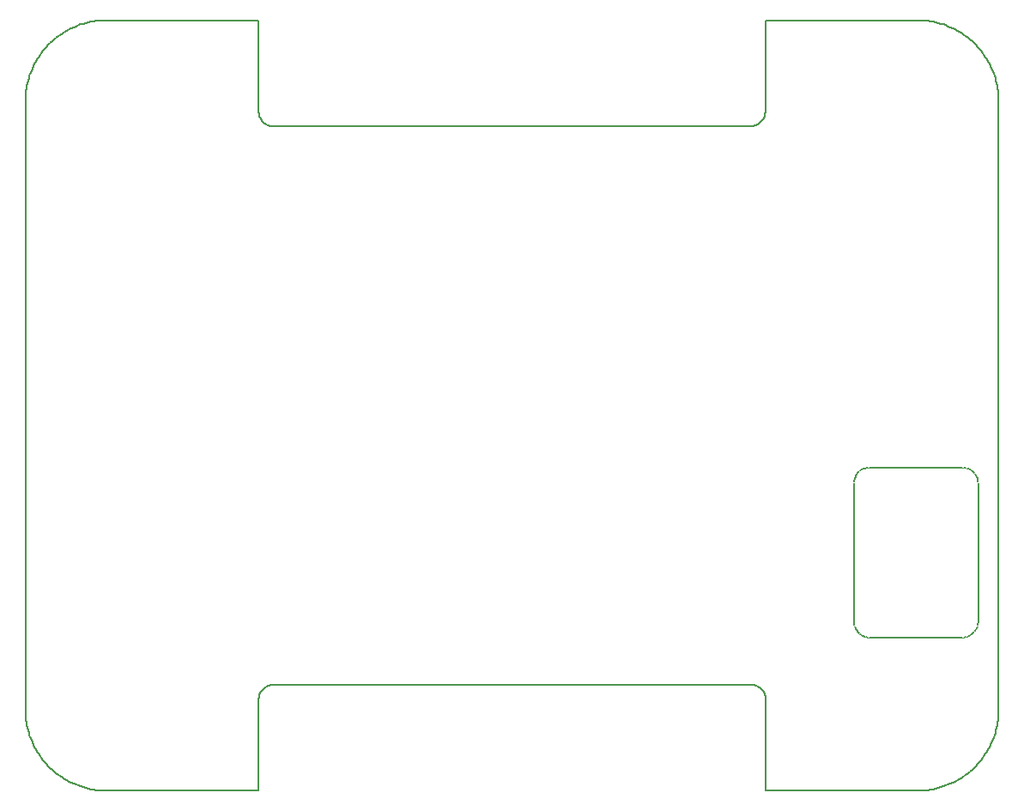
<source format=gm1>
G04*
G04 #@! TF.GenerationSoftware,Altium Limited,Altium Designer,23.8.1 (32)*
G04*
G04 Layer_Color=16711935*
%FSLAX25Y25*%
%MOIN*%
G70*
G04*
G04 #@! TF.SameCoordinates,219BC79F-92E0-4BE4-9349-49C4CE8B2FF6*
G04*
G04*
G04 #@! TF.FilePolarity,Positive*
G04*
G01*
G75*
%ADD16C,0.00800*%
D16*
X684827Y404591D02*
X684811Y405600D01*
X684762Y406608D01*
X684681Y407615D01*
X684568Y408618D01*
X684423Y409617D01*
X684246Y410611D01*
X684037Y411599D01*
X683797Y412580D01*
X683525Y413552D01*
X683222Y414515D01*
X682889Y415468D01*
X682525Y416410D01*
X682131Y417340D01*
X681708Y418256D01*
X681255Y419159D01*
X680774Y420046D01*
X680264Y420918D01*
X679727Y421773D01*
X679163Y422610D01*
X678572Y423429D01*
X677955Y424228D01*
X677313Y425007D01*
X676647Y425765D01*
X675956Y426502D01*
X675242Y427216D01*
X674506Y427906D01*
X673747Y428573D01*
X672968Y429215D01*
X672169Y429832D01*
X671350Y430423D01*
X670513Y430987D01*
X669658Y431524D01*
X668786Y432034D01*
X667899Y432515D01*
X666996Y432968D01*
X666080Y433391D01*
X665150Y433785D01*
X664208Y434149D01*
X663255Y434482D01*
X662292Y434785D01*
X661320Y435056D01*
X660339Y435297D01*
X659351Y435506D01*
X658357Y435683D01*
X657358Y435828D01*
X656355Y435941D01*
X655349Y436022D01*
X654340Y436070D01*
X653331Y436087D01*
X653331Y136874D02*
X654340Y136890D01*
X655349Y136939D01*
X656355Y137020D01*
X657358Y137133D01*
X658357Y137278D01*
X659351Y137455D01*
X660339Y137664D01*
X661320Y137904D01*
X662292Y138176D01*
X663255Y138479D01*
X664208Y138812D01*
X665150Y139176D01*
X666080Y139570D01*
X666996Y139993D01*
X667899Y140446D01*
X668786Y140927D01*
X669658Y141436D01*
X670513Y141974D01*
X671350Y142538D01*
X672169Y143129D01*
X672968Y143745D01*
X673747Y144387D01*
X674506Y145054D01*
X675242Y145745D01*
X675956Y146459D01*
X676647Y147195D01*
X677313Y147953D01*
X677955Y148733D01*
X678572Y149532D01*
X679163Y150351D01*
X679727Y151188D01*
X680264Y152043D01*
X680774Y152914D01*
X681255Y153802D01*
X681708Y154704D01*
X682131Y155621D01*
X682525Y156551D01*
X682889Y157492D01*
X683222Y158445D01*
X683525Y159408D01*
X683797Y160381D01*
X684037Y161362D01*
X684246Y162349D01*
X684423Y163343D01*
X684568Y164342D01*
X684681Y165346D01*
X684762Y166352D01*
X684811Y167360D01*
X684827Y168370D01*
X397425Y400654D02*
X397511Y399672D01*
X397766Y398720D01*
X398183Y397827D01*
X398748Y397020D01*
X399445Y396323D01*
X400252Y395757D01*
X401145Y395341D01*
X402097Y395086D01*
X403079Y395000D01*
X588323Y395000D02*
X589333Y395062D01*
X590317Y395299D01*
X591244Y395703D01*
X592088Y396262D01*
X592822Y396958D01*
X593423Y397772D01*
X593874Y398678D01*
X594161Y399648D01*
X594276Y400654D01*
X338370Y436087D02*
X337361Y436070D01*
X336352Y436022D01*
X335346Y435941D01*
X334343Y435828D01*
X333343Y435683D01*
X332349Y435506D01*
X331362Y435297D01*
X330381Y435056D01*
X329409Y434785D01*
X328445Y434482D01*
X327492Y434149D01*
X326551Y433785D01*
X325621Y433391D01*
X324705Y432968D01*
X323802Y432515D01*
X322914Y432034D01*
X322043Y431524D01*
X321188Y430987D01*
X320351Y430423D01*
X319532Y429832D01*
X318733Y429215D01*
X317953Y428573D01*
X317195Y427906D01*
X316459Y427216D01*
X315745Y426502D01*
X315054Y425765D01*
X314388Y425007D01*
X313745Y424228D01*
X313129Y423429D01*
X312538Y422610D01*
X311974Y421773D01*
X311437Y420918D01*
X310927Y420046D01*
X310446Y419159D01*
X309993Y418256D01*
X309570Y417340D01*
X309176Y416410D01*
X308812Y415468D01*
X308479Y414515D01*
X308176Y413552D01*
X307904Y412580D01*
X307664Y411599D01*
X307455Y410611D01*
X307278Y409617D01*
X307133Y408618D01*
X307020Y407615D01*
X306939Y406609D01*
X306890Y405600D01*
X306874Y404591D01*
X403417Y178000D02*
X402400Y177937D01*
X401410Y177699D01*
X400476Y177292D01*
X399627Y176729D01*
X398888Y176027D01*
X398283Y175208D01*
X397829Y174296D01*
X397540Y173319D01*
X397425Y172307D01*
X594276Y172307D02*
X594189Y173296D01*
X593932Y174254D01*
X593513Y175154D01*
X592944Y175966D01*
X592242Y176668D01*
X591429Y177237D01*
X590530Y177657D01*
X589571Y177913D01*
X588583Y178000D01*
X306874Y168370D02*
X306890Y167361D01*
X306939Y166352D01*
X307020Y165346D01*
X307133Y164342D01*
X307278Y163343D01*
X307455Y162349D01*
X307664Y161362D01*
X307904Y160381D01*
X308176Y159409D01*
X308479Y158445D01*
X308812Y157492D01*
X309176Y156551D01*
X309570Y155621D01*
X309993Y154704D01*
X310446Y153802D01*
X310927Y152914D01*
X311436Y152043D01*
X311974Y151188D01*
X312538Y150351D01*
X313129Y149532D01*
X313745Y148733D01*
X314387Y147953D01*
X315054Y147195D01*
X315745Y146459D01*
X316459Y145745D01*
X317195Y145054D01*
X317953Y144388D01*
X318733Y143746D01*
X319532Y143129D01*
X320351Y142538D01*
X321188Y141974D01*
X322043Y141437D01*
X322914Y140927D01*
X323802Y140446D01*
X324704Y139993D01*
X325621Y139570D01*
X326551Y139176D01*
X327492Y138812D01*
X328445Y138479D01*
X329409Y138176D01*
X330381Y137904D01*
X331362Y137664D01*
X332349Y137455D01*
X333343Y137278D01*
X334342Y137133D01*
X335346Y137020D01*
X336352Y136939D01*
X337361Y136890D01*
X338370Y136874D01*
X675575Y259909D02*
X676012Y259254D01*
X675575Y259909D02*
X676012Y259254D01*
X676239Y258831D02*
X676540Y258103D01*
X674713Y260837D02*
X675270Y260280D01*
X674713Y260837D02*
X675270Y260280D01*
X676880Y256000D02*
Y256394D01*
Y256000D02*
Y256394D01*
Y202850D02*
Y256000D01*
X676679Y257644D02*
X676833Y256871D01*
X676239Y258831D02*
X676540Y258103D01*
X676679Y257644D02*
X676833Y256871D01*
X671304Y262400D02*
X672077Y262246D01*
X634606Y262447D02*
X670827D01*
X671304Y262400D02*
X672077Y262246D01*
X634606Y262447D02*
X670827D01*
X633356Y262246D02*
X634129Y262400D01*
X633356Y262246D02*
X634129Y262400D01*
X673687Y261579D02*
X674342Y261142D01*
X672536Y262107D02*
X673264Y261806D01*
X673687Y261579D02*
X674342Y261142D01*
X632169Y261806D02*
X632897Y262107D01*
X672536D02*
X673264Y261806D01*
X676880Y202456D02*
Y202850D01*
Y202456D02*
Y202850D01*
X684827Y168370D02*
Y404591D01*
X676880Y202850D02*
Y256000D01*
X676679Y201206D02*
X676833Y201979D01*
X676679Y201206D02*
X676833Y201979D01*
X676239Y200019D02*
X676540Y200747D01*
X676239Y200019D02*
X676540Y200747D01*
X675575Y198941D02*
X676012Y199596D01*
X675575Y198941D02*
X676012Y199596D01*
X674713Y198013D02*
X675270Y198570D01*
X674713Y198013D02*
X675270Y198570D01*
X673687Y197271D02*
X674342Y197709D01*
X673687Y197271D02*
X674342Y197709D01*
X672536Y196743D02*
X673264Y197045D01*
X672536Y196743D02*
X673264Y197045D01*
X633356Y196604D02*
X634129Y196450D01*
X671304D02*
X672077Y196604D01*
X671304Y196450D02*
X672077Y196604D01*
X634606Y196403D02*
X670827D01*
X633356Y196604D02*
X634129Y196450D01*
X634606Y196403D02*
X670827D01*
X632169Y261806D02*
X632897Y262107D01*
X631091Y261142D02*
X631746Y261579D01*
X631091Y261142D02*
X631746Y261579D01*
X594276Y436087D02*
X653331D01*
X630163Y260280D02*
X630720Y260837D01*
X630163Y260280D02*
X630720Y260837D01*
X629421Y259254D02*
X629858Y259909D01*
X629421Y259254D02*
X629858Y259909D01*
X628893Y258103D02*
X629194Y258831D01*
X628893Y258103D02*
X629194Y258831D01*
X628600Y256871D02*
X628754Y257644D01*
X628600Y256871D02*
X628754Y257644D01*
X594276Y400654D02*
Y436087D01*
X338370D02*
X397425D01*
Y400654D02*
Y436087D01*
X628553Y202850D02*
Y256000D01*
Y256394D01*
Y202850D02*
Y256000D01*
X403079Y395000D02*
X588323D01*
X628553Y256000D02*
Y256394D01*
X629421Y199596D02*
X629858Y198941D01*
X629421Y199596D02*
X629858Y198941D01*
X630163Y198570D02*
X630720Y198013D01*
X628893Y200747D02*
X629194Y200019D01*
X628600Y201979D02*
X628754Y201206D01*
X628893Y200747D02*
X629194Y200019D01*
X632169Y197045D02*
X632897Y196743D01*
X631091Y197709D02*
X631746Y197271D01*
X632169Y197045D02*
X632897Y196743D01*
X631091Y197709D02*
X631746Y197271D01*
X630163Y198570D02*
X630720Y198013D01*
X594276Y136874D02*
X653331D01*
X628553Y202456D02*
Y202850D01*
Y202456D02*
Y202850D01*
X628600Y201979D02*
X628754Y201206D01*
X403417Y178000D02*
X588583D01*
X306874Y168370D02*
Y404591D01*
X397425Y136874D02*
Y172307D01*
X594276D02*
X594276Y136874D01*
X338370D02*
X397425D01*
M02*

</source>
